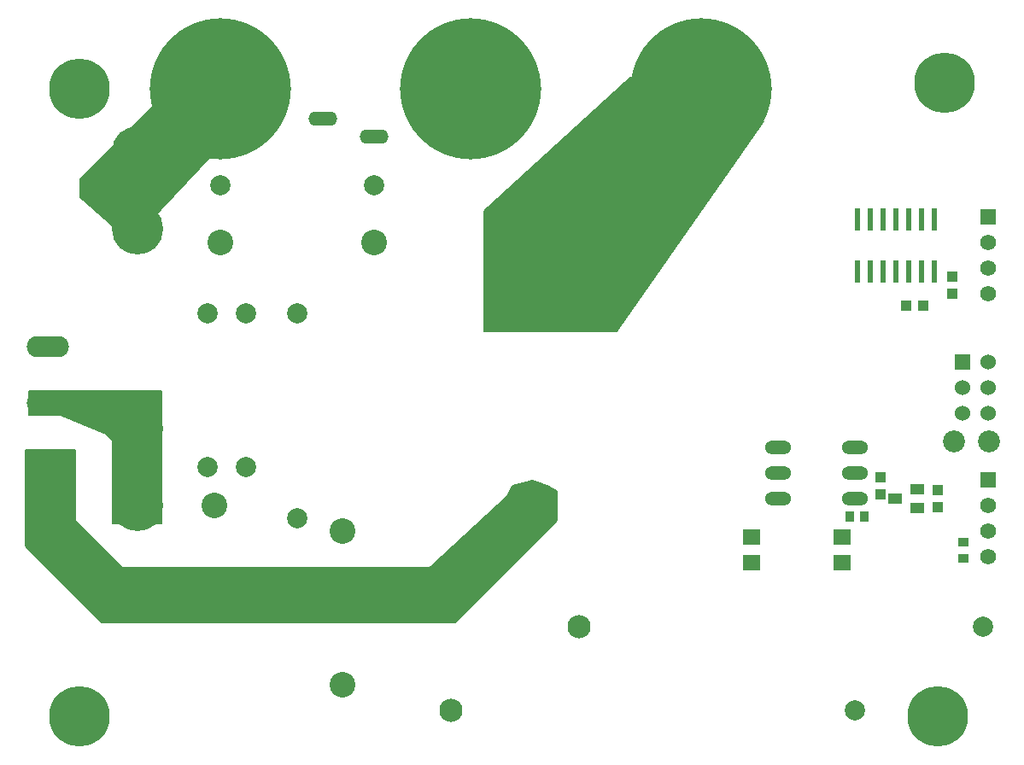
<source format=gbs>
G04 (created by PCBNEW (2013-mar-13)-testing) date Tue 07 May 2013 10:03:09 PM CEST*
%MOIN*%
G04 Gerber Fmt 3.4, Leading zero omitted, Abs format*
%FSLAX34Y34*%
G01*
G70*
G90*
G04 APERTURE LIST*
%ADD10C,2.3622e-06*%
%ADD11R,0.0708661X0.0590551*%
%ADD12C,0.551181*%
%ADD13O,0.165X0.0825*%
%ADD14C,0.0787*%
%ADD15C,0.0906*%
%ADD16C,0.2*%
%ADD17C,0.0859*%
%ADD18C,0.06*%
%ADD19R,0.06X0.06*%
%ADD20R,0.062X0.062*%
%ADD21C,0.062*%
%ADD22C,0.1575*%
%ADD23O,0.112X0.056*%
%ADD24R,0.0433X0.0354*%
%ADD25C,0.1*%
%ADD26O,0.104X0.052*%
%ADD27R,0.0236X0.0866*%
%ADD28R,0.0393X0.0433*%
%ADD29C,0.2362*%
%ADD30R,0.0551X0.0393*%
%ADD31R,0.0433X0.0393*%
%ADD32R,0.0354X0.0394*%
%ADD33C,0.008*%
%ADD34C,0.01*%
G04 APERTURE END LIST*
G54D10*
G54D11*
X67978Y-47250D03*
X67978Y-46250D03*
X71521Y-46250D03*
X71521Y-47250D03*
G54D12*
X47250Y-28750D03*
X57000Y-28750D03*
X66000Y-28750D03*
G54D13*
X40500Y-43200D03*
X40500Y-41000D03*
X40500Y-38800D03*
G54D14*
X72000Y-53000D03*
G54D15*
X56252Y-53000D03*
G54D16*
X44000Y-45000D03*
X44000Y-42000D03*
X44000Y-31200D03*
X44000Y-34200D03*
G54D14*
X46750Y-43500D03*
X46750Y-37500D03*
X48250Y-43500D03*
X48250Y-37500D03*
X50250Y-37500D03*
X50250Y-45500D03*
G54D17*
X77250Y-42500D03*
X75875Y-42500D03*
G54D18*
X77200Y-39400D03*
X76200Y-40400D03*
X77200Y-40400D03*
X76200Y-41400D03*
X77200Y-41400D03*
G54D19*
X76200Y-39400D03*
G54D20*
X77200Y-44000D03*
G54D21*
X77200Y-45000D03*
X77200Y-46000D03*
X77200Y-47000D03*
G54D20*
X77200Y-33750D03*
G54D21*
X77200Y-34750D03*
X77200Y-35750D03*
X77200Y-36750D03*
G54D22*
X59374Y-45000D03*
X59374Y-37126D03*
G54D23*
X51250Y-29900D03*
X53250Y-30600D03*
G54D24*
X76250Y-47062D03*
X76250Y-46438D03*
G54D25*
X52000Y-46000D03*
X52000Y-52000D03*
X47250Y-34750D03*
X53250Y-34750D03*
X47000Y-45000D03*
X47000Y-49000D03*
G54D26*
X72000Y-44750D03*
X72000Y-43750D03*
X72000Y-42750D03*
X69000Y-42750D03*
X69000Y-43750D03*
X69000Y-44750D03*
G54D27*
X75100Y-35873D03*
X74600Y-35873D03*
X74100Y-35873D03*
X73600Y-35873D03*
X73100Y-35873D03*
X72600Y-35873D03*
X72100Y-35873D03*
X72100Y-33827D03*
X72600Y-33827D03*
X73100Y-33827D03*
X73600Y-33827D03*
X74100Y-33827D03*
X74600Y-33827D03*
X75100Y-33827D03*
G54D28*
X74016Y-37200D03*
X74684Y-37200D03*
X75800Y-36066D03*
X75800Y-36734D03*
G54D29*
X41750Y-28750D03*
X75500Y-28500D03*
X41750Y-53250D03*
X75250Y-53250D03*
G54D14*
X47250Y-32500D03*
X53250Y-32500D03*
G54D30*
X74433Y-44376D03*
X74433Y-45124D03*
X73567Y-44750D03*
G54D31*
X73000Y-43916D03*
X73000Y-44584D03*
X75250Y-44416D03*
X75250Y-45084D03*
G54D32*
X72396Y-45450D03*
X71804Y-45450D03*
G54D14*
X77000Y-49750D03*
G54D15*
X61252Y-49750D03*
G54D10*
G36*
X47685Y-30510D02*
X43747Y-34694D01*
X41790Y-32981D01*
X41790Y-32266D01*
X45007Y-29049D01*
X47685Y-30510D01*
X47685Y-30510D01*
G37*
G54D33*
X47685Y-30510D02*
X43747Y-34694D01*
X41790Y-32981D01*
X41790Y-32266D01*
X45007Y-29049D01*
X47685Y-30510D01*
G54D10*
G36*
X60350Y-45579D02*
X56379Y-49550D01*
X42800Y-49550D01*
X42620Y-49550D01*
X39650Y-46579D01*
X39650Y-42850D01*
X41550Y-42850D01*
X41550Y-45620D01*
X43379Y-47450D01*
X55419Y-47450D01*
X58440Y-44630D01*
X58634Y-44242D01*
X59398Y-44052D01*
X59980Y-44246D01*
X60350Y-44430D01*
X60350Y-45579D01*
X60350Y-45579D01*
G37*
G54D34*
X60350Y-45579D02*
X56379Y-49550D01*
X42800Y-49550D01*
X42620Y-49550D01*
X39650Y-46579D01*
X39650Y-42850D01*
X41550Y-42850D01*
X41550Y-45620D01*
X43379Y-47450D01*
X55419Y-47450D01*
X58440Y-44630D01*
X58634Y-44242D01*
X59398Y-44052D01*
X59980Y-44246D01*
X60350Y-44430D01*
X60350Y-45579D01*
G54D10*
G36*
X68436Y-30021D02*
X62729Y-38210D01*
X57540Y-38210D01*
X57540Y-33517D01*
X63259Y-28295D01*
X68436Y-30021D01*
X68436Y-30021D01*
G37*
G54D33*
X68436Y-30021D02*
X62729Y-38210D01*
X57540Y-38210D01*
X57540Y-33517D01*
X63259Y-28295D01*
X68436Y-30021D01*
G54D10*
G36*
X44960Y-45710D02*
X43040Y-45710D01*
X43040Y-42483D01*
X42772Y-42216D01*
X41008Y-41460D01*
X39790Y-41460D01*
X39790Y-40540D01*
X44960Y-40540D01*
X44960Y-45710D01*
X44960Y-45710D01*
G37*
G54D33*
X44960Y-45710D02*
X43040Y-45710D01*
X43040Y-42483D01*
X42772Y-42216D01*
X41008Y-41460D01*
X39790Y-41460D01*
X39790Y-40540D01*
X44960Y-40540D01*
X44960Y-45710D01*
M02*

</source>
